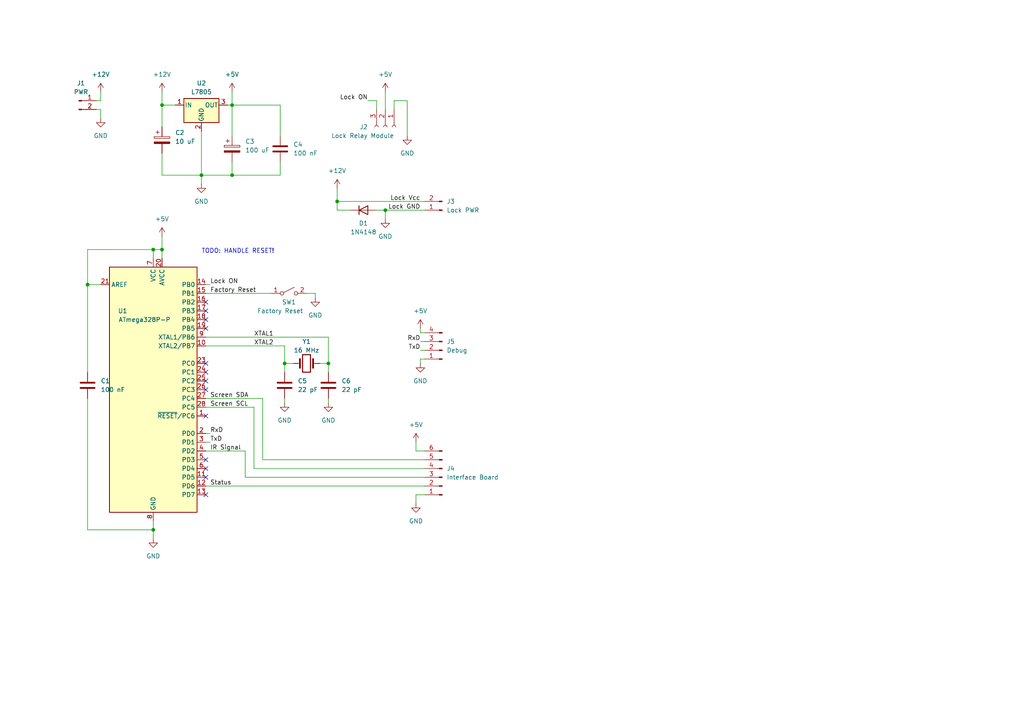
<source format=kicad_sch>
(kicad_sch (version 20230121) (generator eeschema)
  (paper "A4")
  (title_block (title "Jurek Lock 1") (date "2024-01-04") (rev "0.1") (company "Kot Behemot"))
  (lib_symbols
    (symbol "Connector:Conn_01x02_Pin" (pin_names (offset 1.016) hide)
      (property "Reference" "J" (at 0 2.54 0))
      (property "Value" "Conn_01x02_Pin" (at 0 -5.08 0))
      (symbol "Conn_01x02_Pin_1_1"
        (polyline (pts (xy 1.27 -2.54) (xy 0.8636 -2.54)) (stroke (width 0.1524)))
        (polyline (pts (xy 1.27 0) (xy 0.8636 0)) (stroke (width 0.1524)))
        (rectangle (start 0.8636 -2.413) (end 0 -2.667) (stroke (width 0.1524)) (fill (type outline)))
        (rectangle (start 0.8636 0.127) (end 0 -0.127) (stroke (width 0.1524)) (fill (type outline)))
        (pin passive line (at 5.08 0 180) (length 3.81) (name "Pin_1") (number "1"))
        (pin passive line (at 5.08 -2.54 180) (length 3.81) (name "Pin_2") (number "2"))
      )
    )
    (symbol "Connector:Conn_01x03_Socket" (pin_names (offset 1.016) hide)
      (property "Reference" "J" (at 0 5.08 0))
      (property "Value" "Conn_01x03_Socket" (at 0 -5.08 0))
      (symbol "Conn_01x03_Socket_1_1"
        (arc (start 0 -2.032) (mid -0.5058 -2.54) (end 0 -3.048) (stroke (width 0.1524)))
        (polyline (pts (xy -1.27 -2.54) (xy -0.508 -2.54)) (stroke (width 0.1524)))
        (polyline (pts (xy -1.27 0) (xy -0.508 0)) (stroke (width 0.1524)))
        (polyline (pts (xy -1.27 2.54) (xy -0.508 2.54)) (stroke (width 0.1524)))
        (arc (start 0 0.508) (mid -0.5058 0) (end 0 -0.508) (stroke (width 0.1524)))
        (arc (start 0 3.048) (mid -0.5058 2.54) (end 0 2.032) (stroke (width 0.1524)))
        (pin passive line (at -5.08 2.54 0) (length 3.81) (name "Pin_1") (number "1"))
        (pin passive line (at -5.08 0 0) (length 3.81) (name "Pin_2") (number "2"))
        (pin passive line (at -5.08 -2.54 0) (length 3.81) (name "Pin_3") (number "3"))
      )
    )
    (symbol "Connector:Conn_01x04_Pin" (pin_names (offset 1.016) hide)
      (property "Reference" "J" (at 0 5.08 0))
      (property "Value" "Conn_01x04_Pin" (at 0 -7.62 0))
      (symbol "Conn_01x04_Pin_1_1"
        (polyline (pts (xy 1.27 -5.08) (xy 0.8636 -5.08)) (stroke (width 0.1524)))
        (polyline (pts (xy 1.27 -2.54) (xy 0.8636 -2.54)) (stroke (width 0.1524)))
        (polyline (pts (xy 1.27 0) (xy 0.8636 0)) (stroke (width 0.1524)))
        (polyline (pts (xy 1.27 2.54) (xy 0.8636 2.54)) (stroke (width 0.1524)))
        (rectangle (start 0.8636 -4.953) (end 0 -5.207) (stroke (width 0.1524)) (fill (type outline)))
        (rectangle (start 0.8636 -2.413) (end 0 -2.667) (stroke (width 0.1524)) (fill (type outline)))
        (rectangle (start 0.8636 0.127) (end 0 -0.127) (stroke (width 0.1524)) (fill (type outline)))
        (rectangle (start 0.8636 2.667) (end 0 2.413) (stroke (width 0.1524)) (fill (type outline)))
        (pin passive line (at 5.08 2.54 180) (length 3.81) (name "Pin_1") (number "1"))
        (pin passive line (at 5.08 0 180) (length 3.81) (name "Pin_2") (number "2"))
        (pin passive line (at 5.08 -2.54 180) (length 3.81) (name "Pin_3") (number "3"))
        (pin passive line (at 5.08 -5.08 180) (length 3.81) (name "Pin_4") (number "4"))
      )
    )
    (symbol "Connector:Conn_01x06_Pin" (pin_names (offset 1.016) hide)
      (property "Reference" "J" (at 0 7.62 0))
      (property "Value" "Conn_01x06_Pin" (at 0 -10.16 0))
      (symbol "Conn_01x06_Pin_1_1"
        (polyline (pts (xy 1.27 -7.62) (xy 0.8636 -7.62)) (stroke (width 0.1524)))
        (polyline (pts (xy 1.27 -5.08) (xy 0.8636 -5.08)) (stroke (width 0.1524)))
        (polyline (pts (xy 1.27 -2.54) (xy 0.8636 -2.54)) (stroke (width 0.1524)))
        (polyline (pts (xy 1.27 0) (xy 0.8636 0)) (stroke (width 0.1524)))
        (polyline (pts (xy 1.27 2.54) (xy 0.8636 2.54)) (stroke (width 0.1524)))
        (polyline (pts (xy 1.27 5.08) (xy 0.8636 5.08)) (stroke (width 0.1524)))
        (rectangle (start 0.8636 -7.493) (end 0 -7.747) (stroke (width 0.1524)) (fill (type outline)))
        (rectangle (start 0.8636 -4.953) (end 0 -5.207) (stroke (width 0.1524)) (fill (type outline)))
        (rectangle (start 0.8636 -2.413) (end 0 -2.667) (stroke (width 0.1524)) (fill (type outline)))
        (rectangle (start 0.8636 0.127) (end 0 -0.127) (stroke (width 0.1524)) (fill (type outline)))
        (rectangle (start 0.8636 2.667) (end 0 2.413) (stroke (width 0.1524)) (fill (type outline)))
        (rectangle (start 0.8636 5.207) (end 0 4.953) (stroke (width 0.1524)) (fill (type outline)))
        (pin passive line (at 5.08 5.08 180) (length 3.81) (name "Pin_1") (number "1"))
        (pin passive line (at 5.08 2.54 180) (length 3.81) (name "Pin_2") (number "2"))
        (pin passive line (at 5.08 0 180) (length 3.81) (name "Pin_3") (number "3"))
        (pin passive line (at 5.08 -2.54 180) (length 3.81) (name "Pin_4") (number "4"))
        (pin passive line (at 5.08 -5.08 180) (length 3.81) (name "Pin_5") (number "5"))
        (pin passive line (at 5.08 -7.62 180) (length 3.81) (name "Pin_6") (number "6"))
      )
    )
    (symbol "Device:C" (pin_numbers hide) (pin_names (offset 0.254))
      (property "Reference" "C" (at 0.635 2.54 0))
      (property "Value" "C" (at 0.635 -2.54 0))
      (symbol "C_0_1"
        (polyline (pts (xy -2.032 -0.762) (xy 2.032 -0.762)) (stroke (width 0.508)))
        (polyline (pts (xy -2.032 0.762) (xy 2.032 0.762)) (stroke (width 0.508)))
      )
      (symbol "C_1_1"
        (pin passive line (at 0 3.81 270) (length 2.794) (name "~") (number "1"))
        (pin passive line (at 0 -3.81 90) (length 2.794) (name "~") (number "2"))
      )
    )
    (symbol "Device:C_Polarized" (pin_numbers hide) (pin_names (offset 0.254))
      (property "Reference" "C" (at 0.635 2.54 0))
      (property "Value" "C_Polarized" (at 0.635 -2.54 0))
      (symbol "C_Polarized_0_1"
        (rectangle (start -2.286 0.508) (end 2.286 1.016))
        (polyline (pts (xy -1.778 2.286) (xy -0.762 2.286)))
        (polyline (pts (xy -1.27 2.794) (xy -1.27 1.778)))
        (rectangle (start 2.286 -0.508) (end -2.286 -1.016) (fill (type outline)))
      )
      (symbol "C_Polarized_1_1"
        (pin passive line (at 0 3.81 270) (length 2.794) (name "~") (number "1"))
        (pin passive line (at 0 -3.81 90) (length 2.794) (name "~") (number "2"))
      )
    )
    (symbol "Device:Crystal" (pin_numbers hide) (pin_names (offset 1.016) hide)
      (property "Reference" "Y" (at 0 3.81 0))
      (property "Value" "Crystal" (at 0 -3.81 0))
      (symbol "Crystal_0_1"
        (rectangle (start -1.143 2.54) (end 1.143 -2.54) (stroke (width 0.3048)))
        (polyline (pts (xy -2.54 0) (xy -1.905 0)))
        (polyline (pts (xy -1.905 -1.27) (xy -1.905 1.27)) (stroke (width 0.508)))
        (polyline (pts (xy 1.905 -1.27) (xy 1.905 1.27)) (stroke (width 0.508)))
        (polyline (pts (xy 2.54 0) (xy 1.905 0)))
      )
      (symbol "Crystal_1_1"
        (pin passive line (at -3.81 0 0) (length 1.27) (name "1") (number "1"))
        (pin passive line (at 3.81 0 180) (length 1.27) (name "2") (number "2"))
      )
    )
    (symbol "Diode:1N4148" (pin_numbers hide) (pin_names hide)
      (property "Reference" "D" (at 0 2.54 0))
      (property "Value" "1N4148" (at 0 -2.54 0))
      (symbol "1N4148_0_1"
        (polyline (pts (xy -1.27 1.27) (xy -1.27 -1.27)) (stroke (width 0.254)))
        (polyline (pts (xy 1.27 0) (xy -1.27 0)))
        (polyline (pts (xy 1.27 1.27) (xy 1.27 -1.27) (xy -1.27 0) (xy 1.27 1.27)) (stroke (width 0.254)))
      )
      (symbol "1N4148_1_1"
        (pin passive line (at -3.81 0 0) (length 2.54) (name "K") (number "1"))
        (pin passive line (at 3.81 0 180) (length 2.54) (name "A") (number "2"))
      )
    )
    (symbol "MCU_Microchip_ATmega:ATmega328P-P"
      (property "Reference" "U" (at -12.7 36.83 0))
      (property "Value" "ATmega328P-P" (at 2.54 -36.83 0))
      (symbol "ATmega328P-P_0_1"
        (rectangle (start -12.7 -35.56) (end 12.7 35.56) (stroke (width 0.254)) (fill (type background)))
      )
      (symbol "ATmega328P-P_1_1"
        (pin bidirectional line (at 15.24 -7.62 180) (length 2.54) (name "~{RESET}/PC6") (number "1"))
        (pin bidirectional line (at 15.24 12.7 180) (length 2.54) (name "XTAL2/PB7") (number "10"))
        (pin bidirectional line (at 15.24 -25.4 180) (length 2.54) (name "PD5") (number "11"))
        (pin bidirectional line (at 15.24 -27.94 180) (length 2.54) (name "PD6") (number "12"))
        (pin bidirectional line (at 15.24 -30.48 180) (length 2.54) (name "PD7") (number "13"))
        (pin bidirectional line (at 15.24 30.48 180) (length 2.54) (name "PB0") (number "14"))
        (pin bidirectional line (at 15.24 27.94 180) (length 2.54) (name "PB1") (number "15"))
        (pin bidirectional line (at 15.24 25.4 180) (length 2.54) (name "PB2") (number "16"))
        (pin bidirectional line (at 15.24 22.86 180) (length 2.54) (name "PB3") (number "17"))
        (pin bidirectional line (at 15.24 20.32 180) (length 2.54) (name "PB4") (number "18"))
        (pin bidirectional line (at 15.24 17.78 180) (length 2.54) (name "PB5") (number "19"))
        (pin bidirectional line (at 15.24 -12.7 180) (length 2.54) (name "PD0") (number "2"))
        (pin power_in line (at 2.54 38.1 270) (length 2.54) (name "AVCC") (number "20"))
        (pin passive line (at -15.24 30.48 0) (length 2.54) (name "AREF") (number "21"))
        (pin passive line (at 0 -38.1 90) (length 2.54) hide (name "GND") (number "22"))
        (pin bidirectional line (at 15.24 7.62 180) (length 2.54) (name "PC0") (number "23"))
        (pin bidirectional line (at 15.24 5.08 180) (length 2.54) (name "PC1") (number "24"))
        (pin bidirectional line (at 15.24 2.54 180) (length 2.54) (name "PC2") (number "25"))
        (pin bidirectional line (at 15.24 0 180) (length 2.54) (name "PC3") (number "26"))
        (pin bidirectional line (at 15.24 -2.54 180) (length 2.54) (name "PC4") (number "27"))
        (pin bidirectional line (at 15.24 -5.08 180) (length 2.54) (name "PC5") (number "28"))
        (pin bidirectional line (at 15.24 -15.24 180) (length 2.54) (name "PD1") (number "3"))
        (pin bidirectional line (at 15.24 -17.78 180) (length 2.54) (name "PD2") (number "4"))
        (pin bidirectional line (at 15.24 -20.32 180) (length 2.54) (name "PD3") (number "5"))
        (pin bidirectional line (at 15.24 -22.86 180) (length 2.54) (name "PD4") (number "6"))
        (pin power_in line (at 0 38.1 270) (length 2.54) (name "VCC") (number "7"))
        (pin power_in line (at 0 -38.1 90) (length 2.54) (name "GND") (number "8"))
        (pin bidirectional line (at 15.24 15.24 180) (length 2.54) (name "XTAL1/PB6") (number "9"))
      )
    )
    (symbol "Regulator_Linear:L7805" (pin_names (offset 0.254))
      (property "Reference" "U" (at -3.81 3.175 0))
      (property "Value" "L7805" (at 0 3.175 0))
      (symbol "L7805_0_1"
        (rectangle (start -5.08 1.905) (end 5.08 -5.08) (stroke (width 0.254)) (fill (type background)))
      )
      (symbol "L7805_1_1"
        (pin power_in line (at -7.62 0 0) (length 2.54) (name "IN") (number "1"))
        (pin power_in line (at 0 -7.62 90) (length 2.54) (name "GND") (number "2"))
        (pin power_out line (at 7.62 0 180) (length 2.54) (name "OUT") (number "3"))
      )
    )
    (symbol "Switch:SW_SPST" (pin_names (offset 0) hide)
      (property "Reference" "SW" (at 0 3.175 0))
      (property "Value" "SW_SPST" (at 0 -2.54 0))
      (symbol "SW_SPST_0_0"
        (circle (center -2.032 0) (radius 0.508))
        (polyline (pts (xy -1.524 0.254) (xy 1.524 1.778)))
        (circle (center 2.032 0) (radius 0.508))
      )
      (symbol "SW_SPST_1_1"
        (pin passive line (at -5.08 0 0) (length 2.54) (name "A") (number "1"))
        (pin passive line (at 5.08 0 180) (length 2.54) (name "B") (number "2"))
      )
    )
    (symbol "power:+12V" (power) (pin_names (offset 0))
      (property "Value" "+12V" (at 0 3.556 0))
      (symbol "+12V_0_1"
        (polyline (pts (xy -0.762 1.27) (xy 0 2.54)))
        (polyline (pts (xy 0 0) (xy 0 2.54)))
        (polyline (pts (xy 0 2.54) (xy 0.762 1.27)))
      )
      (symbol "+12V_1_1"
        (pin power_in line (at 0 0 90) (length 0) hide (name "+12V") (number "1"))
      )
    )
    (symbol "power:+5V" (power) (pin_names (offset 0))
      (property "Value" "+5V" (at 0 3.556 0))
      (symbol "+5V_0_1"
        (polyline (pts (xy -0.762 1.27) (xy 0 2.54)))
        (polyline (pts (xy 0 0) (xy 0 2.54)))
        (polyline (pts (xy 0 2.54) (xy 0.762 1.27)))
      )
      (symbol "+5V_1_1"
        (pin power_in line (at 0 0 90) (length 0) hide (name "+5V") (number "1"))
      )
    )
    (symbol "power:GND" (power) (pin_names (offset 0))
      (property "Value" "GND" (at 0 -3.81 0))
      (symbol "GND_0_1"
        (polyline (pts (xy 0 0) (xy 0 -1.27) (xy 1.27 -1.27) (xy 0 -2.54) (xy -1.27 -1.27) (xy 0 -1.27)))
      )
      (symbol "GND_1_1"
        (pin power_in line (at 0 0 270) (length 0) hide (name "GND") (number "1"))
      )
    )
  )
  (junction (at 25.4 82.55))
  (junction (at 44.45 72.39))
  (junction (at 46.99 30.48))
  (junction (at 111.76 60.96))
  (junction (at 95.25 105.41))
  (junction (at 97.79 58.42))
  (junction (at 67.31 50.8))
  (junction (at 67.31 30.48))
  (junction (at 82.55 105.41))
  (junction (at 46.99 72.39))
  (junction (at 58.42 50.8))
  (junction (at 44.45 153.67))
  (no_connect (at 59.69 133.35))
  (no_connect (at 59.69 90.17))
  (no_connect (at 59.69 95.25))
  (no_connect (at 59.69 105.41))
  (no_connect (at 59.69 92.71))
  (no_connect (at 59.69 143.51))
  (no_connect (at 59.69 87.63))
  (no_connect (at 59.69 107.95))
  (no_connect (at 59.69 110.49))
  (no_connect (at 59.69 120.65))
  (no_connect (at 59.69 138.43))
  (no_connect (at 59.69 135.89))
  (no_connect (at 59.69 113.03))
  (wire (pts (xy 58.42 38.1) (xy 58.42 50.8)))
  (wire (pts (xy 97.79 58.42) (xy 123.19 58.42)))
  (wire (pts (xy 123.19 104.14) (xy 121.92 104.14)))
  (wire (pts (xy 95.25 115.57) (xy 95.25 116.84)))
  (wire (pts (xy 81.28 46.99) (xy 81.28 50.8)))
  (wire (pts (xy 44.45 72.39) (xy 44.45 74.93)))
  (wire (pts (xy 71.12 138.43) (xy 71.12 130.81)))
  (wire (pts (xy 25.4 72.39) (xy 44.45 72.39)))
  (wire (pts (xy 46.99 74.93) (xy 46.99 72.39)))
  (wire (pts (xy 27.94 31.75) (xy 29.21 31.75)))
  (wire (pts (xy 92.71 105.41) (xy 95.25 105.41)))
  (wire (pts (xy 44.45 153.67) (xy 44.45 151.13)))
  (wire (pts (xy 123.19 138.43) (xy 71.12 138.43)))
  (wire (pts (xy 82.55 105.41) (xy 82.55 107.95)))
  (wire (pts (xy 46.99 68.58) (xy 46.99 72.39)))
  (wire (pts (xy 82.55 115.57) (xy 82.55 116.84)))
  (wire (pts (xy 66.04 30.48) (xy 67.31 30.48)))
  (wire (pts (xy 91.44 85.09) (xy 91.44 86.36)))
  (wire (pts (xy 81.28 39.37) (xy 81.28 30.48)))
  (wire (pts (xy 44.45 153.67) (xy 44.45 156.21)))
  (wire (pts (xy 46.99 26.67) (xy 46.99 30.48)))
  (wire (pts (xy 97.79 58.42) (xy 97.79 54.61)))
  (wire (pts (xy 58.42 50.8) (xy 58.42 53.34)))
  (wire (pts (xy 25.4 82.55) (xy 25.4 72.39)))
  (wire (pts (xy 59.69 100.33) (xy 82.55 100.33)))
  (wire (pts (xy 111.76 60.96) (xy 111.76 63.5)))
  (wire (pts (xy 59.69 125.73) (xy 60.96 125.73)))
  (wire (pts (xy 76.2 133.35) (xy 123.19 133.35)))
  (wire (pts (xy 114.3 29.21) (xy 118.11 29.21)))
  (wire (pts (xy 109.22 60.96) (xy 111.76 60.96)))
  (wire (pts (xy 123.19 143.51) (xy 120.65 143.51)))
  (wire (pts (xy 25.4 107.95) (xy 25.4 82.55)))
  (wire (pts (xy 59.69 140.97) (xy 123.19 140.97)))
  (wire (pts (xy 95.25 105.41) (xy 95.25 107.95)))
  (wire (pts (xy 27.94 29.21) (xy 29.21 29.21)))
  (wire (pts (xy 25.4 115.57) (xy 25.4 153.67)))
  (wire (pts (xy 123.19 96.52) (xy 121.92 96.52)))
  (wire (pts (xy 59.69 130.81) (xy 71.12 130.81)))
  (wire (pts (xy 111.76 60.96) (xy 123.19 60.96)))
  (wire (pts (xy 46.99 30.48) (xy 46.99 36.83)))
  (wire (pts (xy 82.55 100.33) (xy 82.55 105.41)))
  (wire (pts (xy 67.31 50.8) (xy 58.42 50.8)))
  (wire (pts (xy 73.66 135.89) (xy 123.19 135.89)))
  (wire (pts (xy 106.68 29.21) (xy 109.22 29.21)))
  (wire (pts (xy 109.22 29.21) (xy 109.22 31.75)))
  (wire (pts (xy 73.66 118.11) (xy 73.66 135.89)))
  (wire (pts (xy 59.69 82.55) (xy 60.96 82.55)))
  (wire (pts (xy 25.4 82.55) (xy 29.21 82.55)))
  (wire (pts (xy 76.2 115.57) (xy 59.69 115.57)))
  (wire (pts (xy 76.2 133.35) (xy 76.2 115.57)))
  (wire (pts (xy 88.9 85.09) (xy 91.44 85.09)))
  (wire (pts (xy 114.3 31.75) (xy 114.3 29.21)))
  (wire (pts (xy 118.11 29.21) (xy 118.11 39.37)))
  (wire (pts (xy 46.99 50.8) (xy 58.42 50.8)))
  (wire (pts (xy 81.28 50.8) (xy 67.31 50.8)))
  (wire (pts (xy 59.69 97.79) (xy 95.25 97.79)))
  (wire (pts (xy 67.31 30.48) (xy 67.31 39.37)))
  (wire (pts (xy 111.76 26.67) (xy 111.76 31.75)))
  (wire (pts (xy 25.4 153.67) (xy 44.45 153.67)))
  (wire (pts (xy 101.6 60.96) (xy 97.79 60.96)))
  (wire (pts (xy 67.31 46.99) (xy 67.31 50.8)))
  (wire (pts (xy 120.65 128.27) (xy 120.65 130.81)))
  (wire (pts (xy 81.28 30.48) (xy 67.31 30.48)))
  (wire (pts (xy 46.99 72.39) (xy 44.45 72.39)))
  (wire (pts (xy 121.92 96.52) (xy 121.92 95.25)))
  (wire (pts (xy 46.99 30.48) (xy 50.8 30.48)))
  (wire (pts (xy 29.21 31.75) (xy 29.21 34.29)))
  (wire (pts (xy 120.65 143.51) (xy 120.65 146.05)))
  (wire (pts (xy 121.92 104.14) (xy 121.92 105.41)))
  (wire (pts (xy 97.79 60.96) (xy 97.79 58.42)))
  (wire (pts (xy 46.99 44.45) (xy 46.99 50.8)))
  (wire (pts (xy 67.31 26.67) (xy 67.31 30.48)))
  (wire (pts (xy 59.69 85.09) (xy 78.74 85.09)))
  (wire (pts (xy 120.65 130.81) (xy 123.19 130.81)))
  (wire (pts (xy 59.69 118.11) (xy 73.66 118.11)))
  (wire (pts (xy 95.25 97.79) (xy 95.25 105.41)))
  (wire (pts (xy 59.69 128.27) (xy 60.96 128.27)))
  (wire (pts (xy 82.55 105.41) (xy 85.09 105.41)))
  (wire (pts (xy 29.21 29.21) (xy 29.21 26.67)))
  (wire (pts (xy 121.92 99.06) (xy 123.19 99.06)))
  (wire (pts (xy 121.92 101.6) (xy 123.19 101.6)))
  (text "TODO: HANDLE RESET!" (at 58.42 73.66 0) (effects (font (size 1.27 1.27)) (justify left bottom)))
  (label "XTAL1" (at 73.66 97.79 0))
  (label "RxD" (at 121.92 99.06 180))
  (label "Lock ON" (at 106.68 29.21 180))
  (label "IR Signal" (at 60.96 130.81 0))
  (label "TxD" (at 60.96 128.27 0))
  (label "XTAL2" (at 73.66 100.33 0))
  (label "Factory Reset" (at 60.96 85.09 0))
  (label "Status" (at 60.96 140.97 0))
  (label "Lock ON" (at 60.96 82.55 0))
  (label "Screen SCL" (at 60.96 118.11 0))
  (label "RxD" (at 60.96 125.73 0))
  (label "TxD" (at 121.92 101.6 180))
  (label "Lock Vcc" (at 121.92 58.42 180))
  (label "Lock GND" (at 121.92 60.96 180))
  (label "Screen SDA" (at 60.96 115.57 0))
  (symbol (lib_id "Device:C") (at 25.4 111.76 0) (unit 1)
    (property "Reference" "C1" (at 29.21 110.49 0) (effects (justify left)))
    (property "Value" "100 nF" (at 29.21 113.03 0) (effects (justify left)))
    (property "Footprint" "Capacitor_THT:C_Disc_D5.0mm_W2.5mm_P2.50mm" (effects hide))
  )
  (symbol (lib_id "Regulator_Linear:L7805") (at 58.42 30.48 0) (unit 1)
    (property "Reference" "U2" (at 58.42 24.13 0))
    (property "Value" "L7805" (at 58.42 26.67 0))
    (property "Footprint" "Package_TO_SOT_THT:TO-220-3_Vertical" (effects hide))
    (property "Datasheet" "http://www.st.com/content/ccc/resource/technical/document/datasheet/41/4f/b3/b0/12/d4/47/88/CD00000444.pdf/files/CD00000444.pdf/jcr:content/translations/en.CD00000444.pdf" (effects hide))
  )
  (symbol (lib_id "Switch:SW_SPST") (at 83.82 85.09 0) (unit 1)
    (property "Reference" "SW1" (at 83.82 87.63 0))
    (property "Value" "Factory Reset" (at 81.28 90.17 0))
    (property "Footprint" "Button_Switch_THT:SW_PUSH_6mm_H5mm" (effects hide))
  )
  (symbol (lib_id "Connector:Conn_01x06_Pin") (at 128.27 138.43 180) (unit 1)
    (property "Reference" "J4" (at 129.54 135.89 0) (effects (justify right)))
    (property "Value" "Interface Board" (at 129.54 138.43 0) (effects (justify right)))
    (property "Footprint" "Connector_JST:JST_XH_B6B-XH-A_1x06_P2.50mm_Vertical" (effects hide))
  )
  (symbol (lib_id "Device:C") (at 81.28 43.18 0) (unit 1)
    (property "Reference" "C4" (at 85.09 41.91 0) (effects (justify left)))
    (property "Value" "100 nF" (at 85.09 44.45 0) (effects (justify left)))
    (property "Footprint" "Capacitor_THT:C_Disc_D5.0mm_W2.5mm_P2.50mm" (effects hide))
  )
  (symbol (lib_id "power:+5V") (at 111.76 26.67 0) (unit 1)
    (property "Reference" "#PWR012" (effects hide))
    (property "Value" "+5V" (at 111.76 21.59 0))
  )
  (symbol (lib_id "power:+12V") (at 97.79 54.61 0) (unit 1)
    (property "Reference" "#PWR011" (effects hide))
    (property "Value" "+12V" (at 97.79 49.53 0))
  )
  (symbol (lib_id "power:GND") (at 118.11 39.37 0) (unit 1)
    (property "Reference" "#PWR014" (effects hide))
    (property "Value" "GND" (at 118.11 44.45 0))
  )
  (symbol (lib_id "Connector:Conn_01x02_Pin") (at 22.86 29.21 0) (unit 1)
    (property "Reference" "J1" (at 23.495 24.13 0))
    (property "Value" "PWR" (at 23.495 26.67 0))
    (property "Footprint" "Connector_JST:JST_XH_B2B-XH-A_1x02_P2.50mm_Vertical" (effects hide))
  )
  (symbol (lib_id "Device:C") (at 82.55 111.76 0) (unit 1)
    (property "Reference" "C5" (at 86.36 110.49 0) (effects (justify left)))
    (property "Value" "22 pF" (at 86.36 113.03 0) (effects (justify left)))
    (property "Footprint" "Capacitor_THT:C_Disc_D3.0mm_W2.0mm_P2.50mm" (effects hide))
  )
  (symbol (lib_id "power:GND") (at 121.92 105.41 0) (unit 1)
    (property "Reference" "#PWR018" (effects hide))
    (property "Value" "GND" (at 121.92 110.49 0))
  )
  (symbol (lib_id "power:GND") (at 82.55 116.84 0) (unit 1)
    (property "Reference" "#PWR08" (effects hide))
    (property "Value" "GND" (at 82.55 121.92 0))
  )
  (symbol (lib_id "Device:C_Polarized") (at 46.99 40.64 0) (unit 1)
    (property "Reference" "C2" (at 50.8 38.481 0) (effects (justify left)))
    (property "Value" "10 uF" (at 50.8 41.021 0) (effects (justify left)))
    (property "Footprint" "Capacitor_THT:CP_Radial_D6.3mm_P2.50mm" (effects hide))
  )
  (symbol (lib_id "power:+5V") (at 121.92 95.25 0) (unit 1)
    (property "Reference" "#PWR017" (effects hide))
    (property "Value" "+5V" (at 121.92 90.17 0))
  )
  (symbol (lib_id "Diode:1N4148") (at 105.41 60.96 0) (unit 1)
    (property "Reference" "D1" (at 105.41 64.77 0))
    (property "Value" "1N4148" (at 105.41 67.31 0))
    (property "Footprint" "Diode_THT:D_DO-35_SOD27_P7.62mm_Horizontal" (effects hide))
    (property "Datasheet" "https://assets.nexperia.com/documents/data-sheet/1N4148_1N4448.pdf" (effects hide))
    (property "Sim.Device" "D" (effects hide))
    (property "Sim.Pins" "1=K 2=A" (effects hide))
  )
  (symbol (lib_id "power:+12V") (at 46.99 26.67 0) (unit 1)
    (property "Reference" "#PWR04" (effects hide))
    (property "Value" "+12V" (at 46.99 21.59 0))
  )
  (symbol (lib_id "Connector:Conn_01x04_Pin") (at 128.27 101.6 180) (unit 1)
    (property "Reference" "J5" (at 129.54 99.06 0) (effects (justify right)))
    (property "Value" "Debug" (at 129.54 101.6 0) (effects (justify right)))
    (property "Footprint" "Connector_PinHeader_2.54mm:PinHeader_1x04_P2.54mm_Vertical" (effects hide))
  )
  (symbol (lib_id "power:+5V") (at 67.31 26.67 0) (unit 1)
    (property "Reference" "#PWR07" (effects hide))
    (property "Value" "+5V" (at 67.31 21.59 0))
  )
  (symbol (lib_id "power:GND") (at 29.21 34.29 0) (unit 1)
    (property "Reference" "#PWR02" (effects hide))
    (property "Value" "GND" (at 29.21 39.37 0))
  )
  (symbol (lib_id "power:GND") (at 120.65 146.05 0) (unit 1)
    (property "Reference" "#PWR016" (effects hide))
    (property "Value" "GND" (at 120.65 151.13 0))
  )
  (symbol (lib_id "power:GND") (at 58.42 53.34 0) (unit 1)
    (property "Reference" "#PWR06" (effects hide))
    (property "Value" "GND" (at 58.42 58.42 0))
  )
  (symbol (lib_id "Device:Crystal") (at 88.9 105.41 180) (unit 1)
    (property "Reference" "Y1" (at 88.9 99.06 0))
    (property "Value" "16 MHz" (at 88.9 101.6 0))
    (property "Footprint" "Crystal:Crystal_HC49-4H_Vertical" (effects hide))
  )
  (symbol (lib_id "Connector:Conn_01x03_Socket") (at 111.76 36.83 270) (unit 1)
    (property "Reference" "J2" (at 106.68 36.83 90) (effects (justify right)))
    (property "Value" "Lock Relay Module" (at 114.3 39.37 90) (effects (justify right)))
    (property "Footprint" "Connector_PinSocket_2.54mm:PinSocket_1x03_P2.54mm_Vertical" (effects hide))
  )
  (symbol (lib_id "power:+5V") (at 46.99 68.58 0) (unit 1)
    (property "Reference" "#PWR05" (effects hide))
    (property "Value" "+5V" (at 46.99 63.5 0))
  )
  (symbol (lib_id "power:+5V") (at 120.65 128.27 0) (unit 1)
    (property "Reference" "#PWR015" (effects hide))
    (property "Value" "+5V" (at 120.65 123.19 0))
  )
  (symbol (lib_id "MCU_Microchip_ATmega:ATmega328P-P") (at 44.45 113.03 0) (unit 1)
    (property "Reference" "U1" (at 35.56 90.17 0))
    (property "Value" "ATmega328P-P" (at 41.91 92.71 0))
    (property "Footprint" "Package_DIP:DIP-28_W7.62mm_Socket" (effects hide))
    (property "Datasheet" "http://ww1.microchip.com/downloads/en/DeviceDoc/ATmega328_P%20AVR%20MCU%20with%20picoPower%20Technology%20Data%20Sheet%2040001984A.pdf" (effects hide))
  )
  (symbol (lib_id "power:GND") (at 91.44 86.36 0) (unit 1)
    (property "Reference" "#PWR09" (effects hide))
    (property "Value" "GND" (at 91.44 91.44 0))
  )
  (symbol (lib_id "power:+12V") (at 29.21 26.67 0) (unit 1)
    (property "Reference" "#PWR01" (effects hide))
    (property "Value" "+12V" (at 29.21 21.59 0))
  )
  (symbol (lib_id "Device:C") (at 95.25 111.76 0) (unit 1)
    (property "Reference" "C6" (at 99.06 110.49 0) (effects (justify left)))
    (property "Value" "22 pF" (at 99.06 113.03 0) (effects (justify left)))
    (property "Footprint" "Capacitor_THT:C_Disc_D3.0mm_W2.0mm_P2.50mm" (effects hide))
  )
  (symbol (lib_id "power:GND") (at 44.45 156.21 0) (unit 1)
    (property "Reference" "#PWR03" (effects hide))
    (property "Value" "GND" (at 44.45 161.29 0))
  )
  (symbol (lib_id "Connector:Conn_01x02_Pin") (at 128.27 60.96 180) (unit 1)
    (property "Reference" "J3" (at 129.54 58.42 0) (effects (justify right)))
    (property "Value" "Lock PWR" (at 129.54 60.96 0) (effects (justify right)))
    (property "Footprint" "Connector_JST:JST_XH_B2B-XH-A_1x02_P2.50mm_Vertical" (effects hide))
  )
  (symbol (lib_id "power:GND") (at 95.25 116.84 0) (unit 1)
    (property "Reference" "#PWR010" (effects hide))
    (property "Value" "GND" (at 95.25 121.92 0))
  )
  (symbol (lib_id "Device:C_Polarized") (at 67.31 43.18 0) (unit 1)
    (property "Reference" "C3" (at 71.12 41.021 0) (effects (justify left)))
    (property "Value" "100 uF" (at 71.12 43.561 0) (effects (justify left)))
    (property "Footprint" "Capacitor_THT:CP_Radial_D6.3mm_P2.50mm" (effects hide))
  )
  (symbol (lib_id "power:GND") (at 111.76 63.5 0) (unit 1)
    (property "Reference" "#PWR013" (effects hide))
    (property "Value" "GND" (at 111.76 68.58 0))
  )
)
</source>
